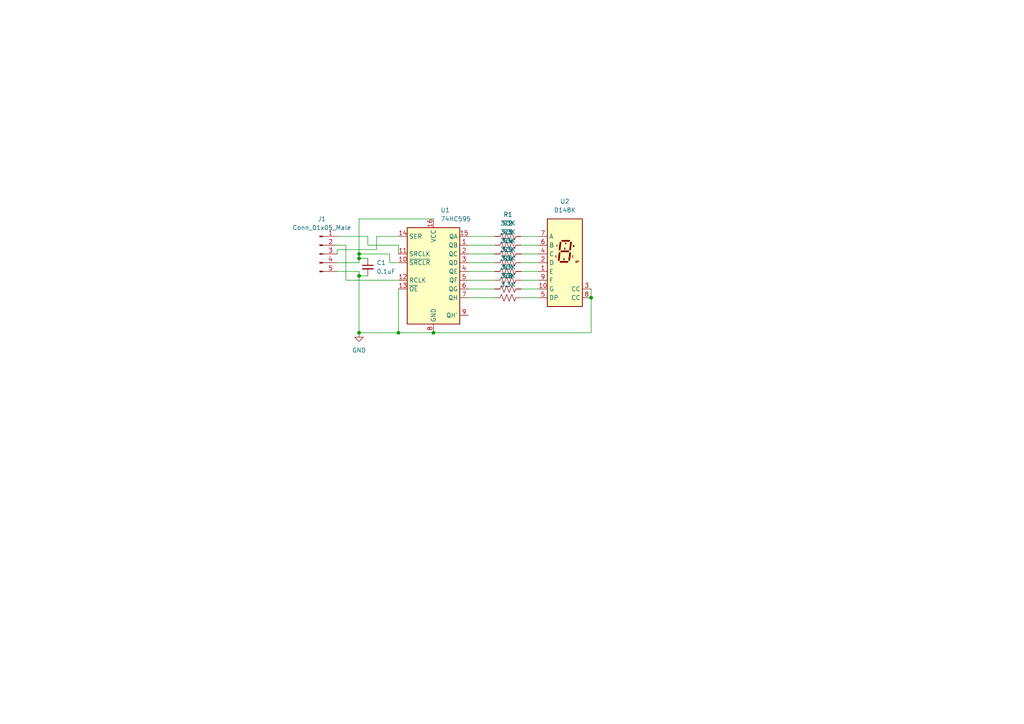
<source format=kicad_sch>
(kicad_sch (version 20211123) (generator eeschema)
  (paper "A4")
  (lib_symbols
    (symbol "74xx:74HC595"
      (property "Reference" "U" (at -7.62 13.97 0))
      (property "Value" "74HC595" (at -7.62 -16.51 0))
      (symbol "74HC595_1_0"
        (pin tri_state line (at 10.16 7.62 180) (length 2.54) (name "QB") (number "1"))
        (pin input line (at -10.16 2.54 0) (length 2.54) (name "~{SRCLR}") (number "10"))
        (pin input line (at -10.16 5.08 0) (length 2.54) (name "SRCLK") (number "11"))
        (pin input line (at -10.16 -2.54 0) (length 2.54) (name "RCLK") (number "12"))
        (pin input line (at -10.16 -5.08 0) (length 2.54) (name "~{OE}") (number "13"))
        (pin input line (at -10.16 10.16 0) (length 2.54) (name "SER") (number "14"))
        (pin tri_state line (at 10.16 10.16 180) (length 2.54) (name "QA") (number "15"))
        (pin power_in line (at 0 15.24 270) (length 2.54) (name "VCC") (number "16"))
        (pin tri_state line (at 10.16 5.08 180) (length 2.54) (name "QC") (number "2"))
        (pin tri_state line (at 10.16 2.54 180) (length 2.54) (name "QD") (number "3"))
        (pin tri_state line (at 10.16 0 180) (length 2.54) (name "QE") (number "4"))
        (pin tri_state line (at 10.16 -2.54 180) (length 2.54) (name "QF") (number "5"))
        (pin tri_state line (at 10.16 -5.08 180) (length 2.54) (name "QG") (number "6"))
        (pin tri_state line (at 10.16 -7.62 180) (length 2.54) (name "QH") (number "7"))
        (pin power_in line (at 0 -17.78 90) (length 2.54) (name "GND") (number "8"))
        (pin output line (at 10.16 -12.7 180) (length 2.54) (name "QH'") (number "9"))
      )
      (symbol "74HC595_1_1"
        (rectangle (start -7.62 12.7) (end 7.62 -15.24) (stroke (width 0.254)) (fill (type background)))
      )
    )
    (symbol "Connector:Conn_01x05_Male" (pin_names (offset 1.016) hide)
      (property "Reference" "J" (at 0 7.62 0))
      (property "Value" "Conn_01x05_Male" (at 0 -7.62 0))
      (symbol "Conn_01x05_Male_1_1"
        (polyline (pts (xy 1.27 -5.08) (xy 0.8636 -5.08)) (stroke (width 0.1524)))
        (polyline (pts (xy 1.27 -2.54) (xy 0.8636 -2.54)) (stroke (width 0.1524)))
        (polyline (pts (xy 1.27 0) (xy 0.8636 0)) (stroke (width 0.1524)))
        (polyline (pts (xy 1.27 2.54) (xy 0.8636 2.54)) (stroke (width 0.1524)))
        (polyline (pts (xy 1.27 5.08) (xy 0.8636 5.08)) (stroke (width 0.1524)))
        (rectangle (start 0.8636 -4.953) (end 0 -5.207) (stroke (width 0.1524)) (fill (type outline)))
        (rectangle (start 0.8636 -2.413) (end 0 -2.667) (stroke (width 0.1524)) (fill (type outline)))
        (rectangle (start 0.8636 0.127) (end 0 -0.127) (stroke (width 0.1524)) (fill (type outline)))
        (rectangle (start 0.8636 2.667) (end 0 2.413) (stroke (width 0.1524)) (fill (type outline)))
        (rectangle (start 0.8636 5.207) (end 0 4.953) (stroke (width 0.1524)) (fill (type outline)))
        (pin passive line (at 5.08 5.08 180) (length 3.81) (name "Pin_1") (number "1"))
        (pin passive line (at 5.08 2.54 180) (length 3.81) (name "Pin_2") (number "2"))
        (pin passive line (at 5.08 0 180) (length 3.81) (name "Pin_3") (number "3"))
        (pin passive line (at 5.08 -2.54 180) (length 3.81) (name "Pin_4") (number "4"))
        (pin passive line (at 5.08 -5.08 180) (length 3.81) (name "Pin_5") (number "5"))
      )
    )
    (symbol "Device:C_Small" (pin_numbers hide) (pin_names (offset 0.254) hide)
      (property "Reference" "C" (at 0.254 1.778 0))
      (property "Value" "C_Small" (at 0.254 -2.032 0))
      (symbol "C_Small_0_1"
        (polyline (pts (xy -1.524 -0.508) (xy 1.524 -0.508)) (stroke (width 0.3302)))
        (polyline (pts (xy -1.524 0.508) (xy 1.524 0.508)) (stroke (width 0.3048)))
      )
      (symbol "C_Small_1_1"
        (pin passive line (at 0 2.54 270) (length 2.032) (name "~") (number "1"))
        (pin passive line (at 0 -2.54 90) (length 2.032) (name "~") (number "2"))
      )
    )
    (symbol "Device:R_US" (pin_numbers hide) (pin_names (offset 0))
      (property "Reference" "R" (at 2.54 0 90))
      (property "Value" "R_US" (at -2.54 0 90))
      (symbol "R_US_0_1"
        (polyline (pts (xy 0 -2.286) (xy 0 -2.54)))
        (polyline (pts (xy 0 2.286) (xy 0 2.54)))
        (polyline (pts (xy 0 -0.762) (xy 1.016 -1.143) (xy 0 -1.524) (xy -1.016 -1.905) (xy 0 -2.286)))
        (polyline (pts (xy 0 0.762) (xy 1.016 0.381) (xy 0 0) (xy -1.016 -0.381) (xy 0 -0.762)))
        (polyline (pts (xy 0 2.286) (xy 1.016 1.905) (xy 0 1.524) (xy -1.016 1.143) (xy 0 0.762)))
      )
      (symbol "R_US_1_1"
        (pin passive line (at 0 3.81 270) (length 1.27) (name "~") (number "1"))
        (pin passive line (at 0 -3.81 90) (length 1.27) (name "~") (number "2"))
      )
    )
    (symbol "Display_Character:D148K"
      (property "Reference" "U" (at -2.54 13.97 0))
      (property "Value" "D148K" (at 1.27 13.97 0))
      (symbol "D148K_0_0"
        (text "A" (at 0.254 5.588 0) (effects (font (size 0.508 0.508))))
        (text "B" (at 2.54 4.826 0) (effects (font (size 0.508 0.508))))
        (text "C" (at 2.286 1.778 0) (effects (font (size 0.508 0.508))))
        (text "D" (at -0.254 1.016 0) (effects (font (size 0.508 0.508))))
        (text "DP" (at 3.556 0.254 0) (effects (font (size 0.508 0.508))))
        (text "E" (at -2.54 1.778 0) (effects (font (size 0.508 0.508))))
        (text "F" (at -2.286 4.826 0) (effects (font (size 0.508 0.508))))
        (text "G" (at 0 4.064 0) (effects (font (size 0.508 0.508))))
      )
      (symbol "D148K_0_1"
        (rectangle (start -5.08 12.7) (end 5.08 -12.7) (stroke (width 0.254)) (fill (type background)))
        (polyline (pts (xy -1.524 2.794) (xy -1.778 0.762)) (stroke (width 0.508)))
        (polyline (pts (xy -1.27 0.254) (xy 0.762 0.254)) (stroke (width 0.508)))
        (polyline (pts (xy -1.27 5.842) (xy -1.524 3.81)) (stroke (width 0.508)))
        (polyline (pts (xy -1.016 3.302) (xy 1.016 3.302)) (stroke (width 0.508)))
        (polyline (pts (xy -0.762 6.35) (xy 1.27 6.35)) (stroke (width 0.508)))
        (polyline (pts (xy 1.524 2.794) (xy 1.27 0.762)) (stroke (width 0.508)))
        (polyline (pts (xy 1.778 5.842) (xy 1.524 3.81)) (stroke (width 0.508)))
        (polyline (pts (xy 2.54 0.254) (xy 2.54 0.254)) (stroke (width 0.508)))
      )
      (symbol "D148K_1_1"
        (pin input line (at -7.62 -2.54 0) (length 2.54) (name "E") (number "1"))
        (pin input line (at -7.62 -7.62 0) (length 2.54) (name "G") (number "10"))
        (pin input line (at -7.62 0 0) (length 2.54) (name "D") (number "2"))
        (pin input line (at 7.62 -7.62 180) (length 2.54) (name "CC") (number "3"))
        (pin input line (at -7.62 2.54 0) (length 2.54) (name "C") (number "4"))
        (pin input line (at -7.62 -10.16 0) (length 2.54) (name "DP") (number "5"))
        (pin input line (at -7.62 5.08 0) (length 2.54) (name "B") (number "6"))
        (pin input line (at -7.62 7.62 0) (length 2.54) (name "A") (number "7"))
        (pin input line (at 7.62 -10.16 180) (length 2.54) (name "CC") (number "8"))
        (pin input line (at -7.62 -5.08 0) (length 2.54) (name "F") (number "9"))
      )
    )
    (symbol "power:GND" (power) (pin_names (offset 0))
      (property "Value" "GND" (at 0 -3.81 0))
      (symbol "GND_0_1"
        (polyline (pts (xy 0 0) (xy 0 -1.27) (xy 1.27 -1.27) (xy 0 -2.54) (xy -1.27 -1.27) (xy 0 -1.27)))
      )
      (symbol "GND_1_1"
        (pin power_in line (at 0 0 270) (length 0) hide (name "GND") (number "1"))
      )
    )
  )
  (junction (at 115.57 96.52))
  (junction (at 104.14 80.01))
  (junction (at 104.14 74.93))
  (junction (at 171.45 86.36))
  (junction (at 104.14 73.66))
  (junction (at 125.73 96.52))
  (junction (at 104.14 96.52))
  (wire (pts (xy 104.14 80.01) (xy 104.14 96.52)))
  (wire (pts (xy 104.14 96.52) (xy 115.57 96.52)))
  (wire (pts (xy 109.22 68.58) (xy 109.22 72.39)))
  (wire (pts (xy 104.14 63.5) (xy 104.14 73.66)))
  (wire (pts (xy 104.14 74.93) (xy 104.14 76.2)))
  (wire (pts (xy 113.03 73.66) (xy 104.14 73.66)))
  (wire (pts (xy 100.33 81.28) (xy 115.57 81.28)))
  (wire (pts (xy 135.89 81.28) (xy 143.51 81.28)))
  (wire (pts (xy 115.57 71.12) (xy 106.68 71.12)))
  (wire (pts (xy 104.14 74.93) (xy 106.68 74.93)))
  (wire (pts (xy 151.13 86.36) (xy 156.21 86.36)))
  (wire (pts (xy 115.57 96.52) (xy 125.73 96.52)))
  (wire (pts (xy 97.79 72.39) (xy 97.79 73.66)))
  (wire (pts (xy 135.89 83.82) (xy 143.51 83.82)))
  (wire (pts (xy 104.14 78.74) (xy 104.14 80.01)))
  (wire (pts (xy 135.89 71.12) (xy 143.51 71.12)))
  (wire (pts (xy 135.89 78.74) (xy 143.51 78.74)))
  (wire (pts (xy 104.14 80.01) (xy 106.68 80.01)))
  (wire (pts (xy 115.57 76.2) (xy 113.03 76.2)))
  (wire (pts (xy 104.14 76.2) (xy 97.79 76.2)))
  (wire (pts (xy 104.14 78.74) (xy 97.79 78.74)))
  (wire (pts (xy 151.13 76.2) (xy 156.21 76.2)))
  (wire (pts (xy 113.03 76.2) (xy 113.03 73.66)))
  (wire (pts (xy 125.73 63.5) (xy 104.14 63.5)))
  (wire (pts (xy 104.14 73.66) (xy 104.14 74.93)))
  (wire (pts (xy 135.89 76.2) (xy 143.51 76.2)))
  (wire (pts (xy 135.89 86.36) (xy 143.51 86.36)))
  (wire (pts (xy 171.45 86.36) (xy 171.45 96.52)))
  (wire (pts (xy 115.57 83.82) (xy 115.57 96.52)))
  (wire (pts (xy 106.68 68.58) (xy 97.79 68.58)))
  (wire (pts (xy 135.89 68.58) (xy 143.51 68.58)))
  (wire (pts (xy 135.89 73.66) (xy 143.51 73.66)))
  (wire (pts (xy 115.57 73.66) (xy 115.57 71.12)))
  (wire (pts (xy 115.57 68.58) (xy 109.22 68.58)))
  (wire (pts (xy 151.13 68.58) (xy 156.21 68.58)))
  (wire (pts (xy 151.13 83.82) (xy 156.21 83.82)))
  (wire (pts (xy 109.22 72.39) (xy 97.79 72.39)))
  (wire (pts (xy 171.45 83.82) (xy 171.45 86.36)))
  (wire (pts (xy 151.13 78.74) (xy 156.21 78.74)))
  (wire (pts (xy 106.68 71.12) (xy 106.68 68.58)))
  (wire (pts (xy 171.45 96.52) (xy 125.73 96.52)))
  (wire (pts (xy 151.13 71.12) (xy 156.21 71.12)))
  (wire (pts (xy 151.13 73.66) (xy 156.21 73.66)))
  (wire (pts (xy 100.33 71.12) (xy 100.33 81.28)))
  (wire (pts (xy 151.13 81.28) (xy 156.21 81.28)))
  (wire (pts (xy 97.79 71.12) (xy 100.33 71.12)))
  (symbol (lib_id "Device:R_US") (at 147.32 81.28 270) (unit 1)
    (property "Reference" "R6" (at 147.32 74.93 90))
    (property "Value" "3.3K" (at 147.32 77.47 90))
    (property "Footprint" "Resistor_THT:R_Axial_DIN0411_L9.9mm_D3.6mm_P12.70mm_Horizontal" (effects hide))
  )
  (symbol (lib_id "Display_Character:D148K") (at 163.83 76.2 0) (unit 1)
    (property "Reference" "U2" (at 163.83 58.42 0))
    (property "Value" "D148K" (at 163.83 60.96 0))
    (property "Footprint" "Display_7Segment:7SegmentLED_LTS6760_LTS6780" (effects hide))
    (property "Datasheet" "https://ia800903.us.archive.org/24/items/CTKD1x8K/Cromatek%20D168K.pdf" (effects hide))
  )
  (symbol (lib_id "74xx:74HC595") (at 125.73 78.74 0) (unit 1)
    (property "Reference" "U1" (at 127.7494 60.96 0) (effects (justify left)))
    (property "Value" "74HC595" (at 127.7494 63.5 0) (effects (justify left)))
    (property "Footprint" "Package_DIP:DIP-16_W7.62mm" (effects hide))
    (property "Datasheet" "http://www.ti.com/lit/ds/symlink/sn74hc595.pdf" (effects hide))
  )
  (symbol (lib_id "Device:R_US") (at 147.32 78.74 270) (unit 1)
    (property "Reference" "R5" (at 147.32 72.39 90))
    (property "Value" "3.3K" (at 147.32 74.93 90))
    (property "Footprint" "Resistor_THT:R_Axial_DIN0411_L9.9mm_D3.6mm_P12.70mm_Horizontal" (effects hide))
  )
  (symbol (lib_id "Device:R_US") (at 147.32 71.12 270) (unit 1)
    (property "Reference" "R2" (at 147.32 64.77 90))
    (property "Value" "3.3K" (at 147.32 67.31 90))
    (property "Footprint" "Resistor_THT:R_Axial_DIN0411_L9.9mm_D3.6mm_P12.70mm_Horizontal" (effects hide))
  )
  (symbol (lib_id "Connector:Conn_01x05_Male") (at 92.71 73.66 0) (unit 1)
    (property "Reference" "J1" (at 93.345 63.5 0))
    (property "Value" "Conn_01x05_Male" (at 93.345 66.04 0))
    (property "Footprint" "Connector_PinHeader_2.54mm:PinHeader_1x05_P2.54mm_Vertical" (effects hide))
  )
  (symbol (lib_id "Device:R_US") (at 147.32 73.66 270) (unit 1)
    (property "Reference" "R3" (at 147.32 67.31 90))
    (property "Value" "3.3K" (at 147.32 69.85 90))
    (property "Footprint" "Resistor_THT:R_Axial_DIN0411_L9.9mm_D3.6mm_P12.70mm_Horizontal" (effects hide))
  )
  (symbol (lib_id "Device:R_US") (at 147.32 68.58 270) (unit 1)
    (property "Reference" "R1" (at 147.32 62.23 90))
    (property "Value" "3.3K" (at 147.32 64.77 90))
    (property "Footprint" "Resistor_THT:R_Axial_DIN0411_L9.9mm_D3.6mm_P12.70mm_Horizontal" (effects hide))
  )
  (symbol (lib_id "Device:R_US") (at 147.32 76.2 270) (unit 1)
    (property "Reference" "R4" (at 147.32 69.85 90))
    (property "Value" "3.3K" (at 147.32 72.39 90))
    (property "Footprint" "Resistor_THT:R_Axial_DIN0411_L9.9mm_D3.6mm_P12.70mm_Horizontal" (effects hide))
  )
  (symbol (lib_id "power:GND") (at 104.14 96.52 0) (unit 1)
    (property "Reference" "#PWR01" (effects hide))
    (property "Value" "GND" (at 104.14 101.6 0))
  )
  (symbol (lib_id "Device:C_Small") (at 106.68 77.47 0) (unit 1)
    (property "Reference" "C1" (at 109.22 76.2062 0) (effects (justify left)))
    (property "Value" "0.1uF" (at 109.22 78.7462 0) (effects (justify left)))
    (property "Footprint" "Capacitor_THT:C_Disc_D5.0mm_W2.5mm_P2.50mm" (effects hide))
  )
  (symbol (lib_id "Device:R_US") (at 147.32 86.36 270) (unit 1)
    (property "Reference" "R8" (at 147.32 80.01 90))
    (property "Value" "3.3K" (at 147.32 82.55 90))
    (property "Footprint" "Resistor_THT:R_Axial_DIN0411_L9.9mm_D3.6mm_P12.70mm_Horizontal" (effects hide))
  )
  (symbol (lib_id "Device:R_US") (at 147.32 83.82 270) (unit 1)
    (property "Reference" "R7" (at 147.32 77.47 90))
    (property "Value" "3.3K" (at 147.32 80.01 90))
    (property "Footprint" "Resistor_THT:R_Axial_DIN0411_L9.9mm_D3.6mm_P12.70mm_Horizontal" (effects hide))
  )
)
</source>
